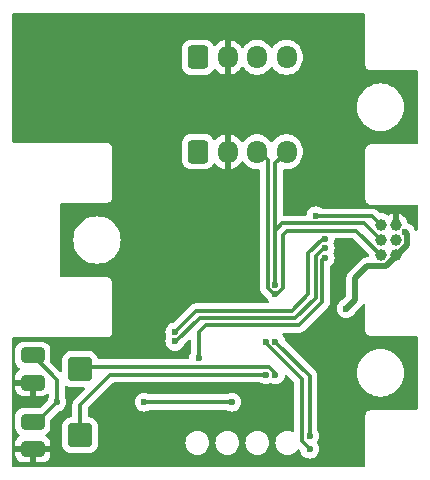
<source format=gbr>
%TF.GenerationSoftware,KiCad,Pcbnew,8.0.4*%
%TF.CreationDate,2024-08-09T19:06:39+02:00*%
%TF.ProjectId,Water Tank Monitor,57617465-7220-4546-916e-6b204d6f6e69,rev?*%
%TF.SameCoordinates,Original*%
%TF.FileFunction,Copper,L2,Bot*%
%TF.FilePolarity,Positive*%
%FSLAX46Y46*%
G04 Gerber Fmt 4.6, Leading zero omitted, Abs format (unit mm)*
G04 Created by KiCad (PCBNEW 8.0.4) date 2024-08-09 19:06:39*
%MOMM*%
%LPD*%
G01*
G04 APERTURE LIST*
G04 Aperture macros list*
%AMRoundRect*
0 Rectangle with rounded corners*
0 $1 Rounding radius*
0 $2 $3 $4 $5 $6 $7 $8 $9 X,Y pos of 4 corners*
0 Add a 4 corners polygon primitive as box body*
4,1,4,$2,$3,$4,$5,$6,$7,$8,$9,$2,$3,0*
0 Add four circle primitives for the rounded corners*
1,1,$1+$1,$2,$3*
1,1,$1+$1,$4,$5*
1,1,$1+$1,$6,$7*
1,1,$1+$1,$8,$9*
0 Add four rect primitives between the rounded corners*
20,1,$1+$1,$2,$3,$4,$5,0*
20,1,$1+$1,$4,$5,$6,$7,0*
20,1,$1+$1,$6,$7,$8,$9,0*
20,1,$1+$1,$8,$9,$2,$3,0*%
G04 Aperture macros list end*
%TA.AperFunction,SMDPad,CuDef*%
%ADD10C,1.000000*%
%TD*%
%TA.AperFunction,ComponentPad*%
%ADD11RoundRect,0.250000X-0.600000X-0.725000X0.600000X-0.725000X0.600000X0.725000X-0.600000X0.725000X0*%
%TD*%
%TA.AperFunction,ComponentPad*%
%ADD12O,1.700000X1.950000*%
%TD*%
%TA.AperFunction,SMDPad,CuDef*%
%ADD13RoundRect,0.250000X-0.750000X0.400000X-0.750000X-0.400000X0.750000X-0.400000X0.750000X0.400000X0*%
%TD*%
%TA.AperFunction,SMDPad,CuDef*%
%ADD14RoundRect,0.250000X-0.750000X0.750000X-0.750000X-0.750000X0.750000X-0.750000X0.750000X0.750000X0*%
%TD*%
%TA.AperFunction,ViaPad*%
%ADD15C,0.600000*%
%TD*%
%TA.AperFunction,Conductor*%
%ADD16C,0.300000*%
%TD*%
%TA.AperFunction,Conductor*%
%ADD17C,0.500000*%
%TD*%
%TA.AperFunction,Conductor*%
%ADD18C,0.200000*%
%TD*%
G04 APERTURE END LIST*
D10*
%TO.P,J6,1,Pin_1*%
%TO.N,/RXD*%
X151730000Y-77475000D03*
%TO.P,J6,2,Pin_2*%
%TO.N,+3.3V*%
X153000000Y-77475000D03*
%TO.P,J6,3,Pin_3*%
%TO.N,/TXD*%
X151730000Y-76205000D03*
%TO.P,J6,4,Pin_4*%
%TO.N,unconnected-(J6-Pin_4-Pad4)*%
X153000000Y-76205000D03*
%TO.P,J6,5,Pin_5*%
%TO.N,Net-(J6-Pin_5)*%
X151730000Y-74935000D03*
%TO.P,J6,6,Pin_6*%
%TO.N,GND*%
X153000000Y-74935000D03*
%TD*%
D11*
%TO.P,J1,1,Pin_1*%
%TO.N,+3.3V*%
X136250000Y-68725000D03*
D12*
%TO.P,J1,2,Pin_2*%
%TO.N,GND*%
X138750000Y-68725000D03*
%TO.P,J1,3,Pin_3*%
%TO.N,/RXD*%
X141250000Y-68725000D03*
%TO.P,J1,4,Pin_4*%
%TO.N,/TXD*%
X143750000Y-68725000D03*
%TD*%
D11*
%TO.P,J3,1,Pin_1*%
%TO.N,+3.3V*%
X136250000Y-60725000D03*
D12*
%TO.P,J3,2,Pin_2*%
%TO.N,GND*%
X138750000Y-60725000D03*
%TO.P,J3,3,Pin_3*%
%TO.N,/RXD2*%
X141250000Y-60725000D03*
%TO.P,J3,4,Pin_4*%
%TO.N,/TXD2*%
X143750000Y-60725000D03*
%TD*%
D13*
%TO.P,RV1,1,1*%
%TO.N,+3.3V*%
X122250000Y-91575000D03*
D14*
%TO.P,RV1,2,2*%
%TO.N,/CALIB*%
X126250000Y-92725000D03*
D13*
%TO.P,RV1,3,3*%
%TO.N,GND*%
X122250000Y-93875000D03*
%TD*%
%TO.P,RV2,1,1*%
%TO.N,+3.3V*%
X122250000Y-85975000D03*
D14*
%TO.P,RV2,2,2*%
%TO.N,/BRIGH*%
X126250000Y-87125000D03*
D13*
%TO.P,RV2,3,3*%
%TO.N,GND*%
X122250000Y-88275000D03*
%TD*%
D15*
%TO.N,+3.3V*%
X153791985Y-75545545D03*
X139100000Y-89925000D03*
X124300000Y-89925000D03*
X131700000Y-89925000D03*
X148800000Y-82000000D03*
%TO.N,/SDA*%
X145700000Y-92800000D03*
X142808001Y-84791999D03*
%TO.N,/SCL*%
X145700000Y-93900000D03*
X142000000Y-84800000D03*
%TO.N,GND*%
X141125000Y-89250000D03*
%TO.N,/BRIGH*%
X142800000Y-87600000D03*
%TO.N,/CALIB*%
X142000000Y-87600000D03*
%TO.N,Net-(J6-Pin_5)*%
X146225000Y-74150000D03*
%TO.N,/RXD*%
X142800000Y-80800000D03*
%TO.N,/TXD*%
X142800000Y-80000000D03*
%TO.N,/MISO*%
X134300000Y-84775000D03*
X147000000Y-76900000D03*
%TO.N,/SCK*%
X136300000Y-86225000D03*
X147000000Y-77700000D03*
%TO.N,/MOSI*%
X147000000Y-76100000D03*
X134300000Y-83975000D03*
%TD*%
D16*
%TO.N,/MOSI*%
X136075000Y-82200000D02*
X144200000Y-82200000D01*
X144200000Y-82200000D02*
X145600000Y-80800000D01*
X145600000Y-80800000D02*
X145600000Y-77290381D01*
X145600000Y-77290381D02*
X146790381Y-76100000D01*
X134300000Y-83975000D02*
X136075000Y-82200000D01*
X146790381Y-76100000D02*
X147000000Y-76100000D01*
%TO.N,/RXD*%
X151730000Y-77475000D02*
X149655000Y-75400000D01*
X149655000Y-75400000D02*
X143803870Y-75400000D01*
X143450000Y-75753870D02*
X143450000Y-80269239D01*
X142919239Y-80800000D02*
X142800000Y-80800000D01*
X143803870Y-75400000D02*
X143450000Y-75753870D01*
X143450000Y-80269239D02*
X142919239Y-80800000D01*
%TO.N,Net-(J6-Pin_5)*%
X146225000Y-74150000D02*
X146275000Y-74200000D01*
X146275000Y-74200000D02*
X150995000Y-74200000D01*
X150995000Y-74200000D02*
X151730000Y-74935000D01*
%TO.N,/TXD*%
X151730000Y-76205000D02*
X150325000Y-74800000D01*
X142800000Y-75400000D02*
X142800000Y-75800000D01*
X150325000Y-74800000D02*
X143400000Y-74800000D01*
X143400000Y-74800000D02*
X142800000Y-75400000D01*
D17*
%TO.N,GND*%
X153000000Y-74935000D02*
X153000000Y-73800000D01*
D16*
%TO.N,/MISO*%
X146200000Y-81100000D02*
X146200000Y-77580761D01*
X146200000Y-77580761D02*
X146880761Y-76900000D01*
X146880761Y-76900000D02*
X147000000Y-76900000D01*
%TO.N,/SCK*%
X146777000Y-81423000D02*
X146777000Y-77923000D01*
X146777000Y-77923000D02*
X147000000Y-77700000D01*
%TO.N,/MISO*%
X134300000Y-84775000D02*
X134419239Y-84775000D01*
X134419239Y-84775000D02*
X136394239Y-82800000D01*
X136394239Y-82800000D02*
X144500000Y-82800000D01*
X144500000Y-82800000D02*
X146200000Y-81100000D01*
%TO.N,/SCK*%
X136900000Y-83400000D02*
X136300000Y-84000000D01*
X136300000Y-84000000D02*
X136300000Y-86225000D01*
X146777000Y-81423000D02*
X144800000Y-83400000D01*
X144800000Y-83400000D02*
X136900000Y-83400000D01*
D17*
%TO.N,+3.3V*%
X148800000Y-82000000D02*
X149550000Y-81250000D01*
X150575000Y-78425000D02*
X152123503Y-78425000D01*
X152123503Y-78425000D02*
X153000000Y-77548503D01*
X149550000Y-81250000D02*
X149550000Y-79450000D01*
X149550000Y-79450000D02*
X150575000Y-78425000D01*
X153000000Y-77548503D02*
X153000000Y-77475000D01*
X153791985Y-75545545D02*
X153950000Y-75703560D01*
X153073503Y-77475000D02*
X153000000Y-77475000D01*
X153950000Y-75703560D02*
X153950000Y-76598503D01*
X153950000Y-76598503D02*
X153073503Y-77475000D01*
D16*
%TO.N,/RXD*%
X141250000Y-68725000D02*
X141475000Y-68725000D01*
X141475000Y-68725000D02*
X142150000Y-69400000D01*
X142680761Y-80800000D02*
X142800000Y-80800000D01*
X142150000Y-69400000D02*
X142150000Y-80269239D01*
X142150000Y-80269239D02*
X142680761Y-80800000D01*
%TO.N,/CALIB*%
X126250000Y-92725000D02*
X126250000Y-90150000D01*
X128800000Y-87600000D02*
X142000000Y-87600000D01*
X126250000Y-90150000D02*
X128800000Y-87600000D01*
%TO.N,/BRIGH*%
X126250000Y-87125000D02*
X126425000Y-86950000D01*
X126425000Y-86950000D02*
X142269239Y-86950000D01*
X142269239Y-86950000D02*
X142800000Y-87480761D01*
X142800000Y-87480761D02*
X142800000Y-87600000D01*
%TO.N,/TXD*%
X143750000Y-68725000D02*
X142800000Y-69675000D01*
X142800000Y-69675000D02*
X142800000Y-80000000D01*
%TO.N,+3.3V*%
X124300000Y-89925000D02*
X122650000Y-91575000D01*
X124300000Y-89925000D02*
X124300000Y-88025000D01*
D18*
X122925000Y-91575000D02*
X122250000Y-91575000D01*
D16*
X124300000Y-88025000D02*
X122250000Y-85975000D01*
X131700000Y-89925000D02*
X139100000Y-89925000D01*
D17*
X122650000Y-91575000D02*
X122250000Y-91575000D01*
D16*
%TO.N,/SCL*%
X145700000Y-93900000D02*
X145050000Y-93250000D01*
X145050000Y-93250000D02*
X145050000Y-87953237D01*
X145050000Y-87953237D02*
X142000000Y-84903237D01*
X142000000Y-84903237D02*
X142000000Y-84800000D01*
%TO.N,/SDA*%
X142808001Y-84791999D02*
X145700000Y-87683998D01*
X145700000Y-87683998D02*
X145700000Y-92800000D01*
%TD*%
%TA.AperFunction,Conductor*%
%TO.N,GND*%
G36*
X150342539Y-57020185D02*
G01*
X150388294Y-57072989D01*
X150399500Y-57124500D01*
X150399500Y-61365891D01*
X150433608Y-61493187D01*
X150465683Y-61548741D01*
X150499500Y-61607314D01*
X150592686Y-61700500D01*
X150706814Y-61766392D01*
X150834108Y-61800500D01*
X154725500Y-61800500D01*
X154792539Y-61820185D01*
X154838294Y-61872989D01*
X154849500Y-61924500D01*
X154849500Y-67975500D01*
X154829815Y-68042539D01*
X154777011Y-68088294D01*
X154725500Y-68099500D01*
X150834108Y-68099500D01*
X150706812Y-68133608D01*
X150592686Y-68199500D01*
X150592683Y-68199502D01*
X150499502Y-68292683D01*
X150499500Y-68292686D01*
X150433608Y-68406812D01*
X150399500Y-68534108D01*
X150399500Y-72765891D01*
X150433608Y-72893187D01*
X150466554Y-72950250D01*
X150499500Y-73007314D01*
X150592686Y-73100500D01*
X150706814Y-73166392D01*
X150834108Y-73200500D01*
X154725500Y-73200500D01*
X154792539Y-73220185D01*
X154838294Y-73272989D01*
X154849500Y-73324500D01*
X154849500Y-75291590D01*
X154829815Y-75358629D01*
X154777011Y-75404384D01*
X154707853Y-75414328D01*
X154644297Y-75385303D01*
X154618558Y-75353071D01*
X154618469Y-75353131D01*
X154617763Y-75352074D01*
X154616144Y-75350047D01*
X154615086Y-75348068D01*
X154615084Y-75348065D01*
X154548620Y-75248594D01*
X154532952Y-75225144D01*
X154531221Y-75222553D01*
X154521054Y-75202177D01*
X154520798Y-75202301D01*
X154517777Y-75196029D01*
X154517774Y-75196025D01*
X154517774Y-75196023D01*
X154421801Y-75043283D01*
X154294247Y-74915729D01*
X154247908Y-74886612D01*
X154141506Y-74819755D01*
X154053855Y-74789085D01*
X153997078Y-74748363D01*
X153976148Y-74708038D01*
X153928347Y-74550460D01*
X153835496Y-74376746D01*
X153835492Y-74376739D01*
X153710528Y-74224471D01*
X153558260Y-74099507D01*
X153558253Y-74099503D01*
X153384541Y-74006652D01*
X153250000Y-73965839D01*
X153250000Y-74904090D01*
X153230315Y-74971129D01*
X153213681Y-74991771D01*
X153162169Y-75043282D01*
X153109584Y-75126972D01*
X153057249Y-75173263D01*
X153004590Y-75185000D01*
X152874000Y-75185000D01*
X152806961Y-75165315D01*
X152761206Y-75112511D01*
X152750000Y-75061000D01*
X152750000Y-73965839D01*
X152749999Y-73965839D01*
X152615458Y-74006652D01*
X152441742Y-74099505D01*
X152436673Y-74102893D01*
X152435556Y-74101221D01*
X152379715Y-74124921D01*
X152310851Y-74113111D01*
X152293811Y-74102158D01*
X152293601Y-74102473D01*
X152288532Y-74099086D01*
X152114733Y-74006188D01*
X152114727Y-74006186D01*
X151926132Y-73948976D01*
X151926129Y-73948975D01*
X151730000Y-73929659D01*
X151710625Y-73931567D01*
X151641979Y-73918547D01*
X151610791Y-73895845D01*
X151409674Y-73694727D01*
X151409673Y-73694726D01*
X151409669Y-73694723D01*
X151303127Y-73623535D01*
X151184744Y-73574499D01*
X151184742Y-73574498D01*
X151184741Y-73574498D01*
X151179903Y-73573536D01*
X151179898Y-73573535D01*
X151059071Y-73549500D01*
X151059069Y-73549500D01*
X146807412Y-73549500D01*
X146740373Y-73529815D01*
X146730097Y-73522445D01*
X146727263Y-73520185D01*
X146727262Y-73520184D01*
X146670496Y-73484515D01*
X146574523Y-73424211D01*
X146404254Y-73364631D01*
X146404249Y-73364630D01*
X146225004Y-73344435D01*
X146224996Y-73344435D01*
X146045750Y-73364630D01*
X146045745Y-73364631D01*
X145875476Y-73424211D01*
X145722737Y-73520184D01*
X145595184Y-73647737D01*
X145499210Y-73800478D01*
X145439630Y-73970750D01*
X145431898Y-74039383D01*
X145404832Y-74103797D01*
X145347237Y-74143352D01*
X145308678Y-74149500D01*
X143574500Y-74149500D01*
X143507461Y-74129815D01*
X143461706Y-74077011D01*
X143450500Y-74025500D01*
X143450500Y-70315082D01*
X143470185Y-70248043D01*
X143522989Y-70202288D01*
X143592147Y-70192344D01*
X143593744Y-70192585D01*
X143643713Y-70200500D01*
X143643716Y-70200500D01*
X143856286Y-70200500D01*
X143856287Y-70200500D01*
X144066243Y-70167246D01*
X144268412Y-70101557D01*
X144457816Y-70005051D01*
X144479789Y-69989086D01*
X144629786Y-69880109D01*
X144629788Y-69880106D01*
X144629792Y-69880104D01*
X144780104Y-69729792D01*
X144780106Y-69729788D01*
X144780109Y-69729786D01*
X144905048Y-69557820D01*
X144905047Y-69557820D01*
X144905051Y-69557816D01*
X145001557Y-69368412D01*
X145067246Y-69166243D01*
X145100500Y-68956287D01*
X145100500Y-68493713D01*
X145067246Y-68283757D01*
X145001557Y-68081588D01*
X144905051Y-67892184D01*
X144905049Y-67892181D01*
X144905048Y-67892179D01*
X144780109Y-67720213D01*
X144629786Y-67569890D01*
X144457820Y-67444951D01*
X144268414Y-67348444D01*
X144268413Y-67348443D01*
X144268412Y-67348443D01*
X144066243Y-67282754D01*
X144066241Y-67282753D01*
X144066240Y-67282753D01*
X143904957Y-67257208D01*
X143856287Y-67249500D01*
X143643713Y-67249500D01*
X143595042Y-67257208D01*
X143433760Y-67282753D01*
X143231585Y-67348444D01*
X143042179Y-67444951D01*
X142870213Y-67569890D01*
X142719894Y-67720209D01*
X142719890Y-67720214D01*
X142600318Y-67884793D01*
X142544989Y-67927459D01*
X142475375Y-67933438D01*
X142413580Y-67900833D01*
X142399682Y-67884793D01*
X142280109Y-67720214D01*
X142280105Y-67720209D01*
X142129786Y-67569890D01*
X141957820Y-67444951D01*
X141768414Y-67348444D01*
X141768413Y-67348443D01*
X141768412Y-67348443D01*
X141566243Y-67282754D01*
X141566241Y-67282753D01*
X141566240Y-67282753D01*
X141404957Y-67257208D01*
X141356287Y-67249500D01*
X141143713Y-67249500D01*
X141095042Y-67257208D01*
X140933760Y-67282753D01*
X140731585Y-67348444D01*
X140542179Y-67444951D01*
X140370213Y-67569890D01*
X140219894Y-67720209D01*
X140219890Y-67720214D01*
X140100008Y-67885218D01*
X140044678Y-67927884D01*
X139975065Y-67933863D01*
X139913270Y-67901257D01*
X139899372Y-67885218D01*
X139779727Y-67720540D01*
X139779723Y-67720535D01*
X139629464Y-67570276D01*
X139629459Y-67570272D01*
X139457557Y-67445379D01*
X139268215Y-67348903D01*
X139066124Y-67283241D01*
X139000000Y-67272768D01*
X139000000Y-68320854D01*
X138933343Y-68282370D01*
X138812535Y-68250000D01*
X138687465Y-68250000D01*
X138566657Y-68282370D01*
X138500000Y-68320854D01*
X138500000Y-67272768D01*
X138499999Y-67272768D01*
X138433875Y-67283241D01*
X138231784Y-67348903D01*
X138042442Y-67445379D01*
X137870541Y-67570271D01*
X137731668Y-67709144D01*
X137670345Y-67742628D01*
X137600653Y-67737644D01*
X137544720Y-67695772D01*
X137538448Y-67686558D01*
X137442712Y-67531344D01*
X137318657Y-67407289D01*
X137318656Y-67407288D01*
X137169334Y-67315186D01*
X137002797Y-67260001D01*
X137002795Y-67260000D01*
X136900010Y-67249500D01*
X135599998Y-67249500D01*
X135599981Y-67249501D01*
X135497203Y-67260000D01*
X135497200Y-67260001D01*
X135330668Y-67315185D01*
X135330663Y-67315187D01*
X135181342Y-67407289D01*
X135057289Y-67531342D01*
X134965187Y-67680663D01*
X134965185Y-67680668D01*
X134960180Y-67695772D01*
X134910001Y-67847203D01*
X134910001Y-67847204D01*
X134910000Y-67847204D01*
X134899500Y-67949983D01*
X134899500Y-69500001D01*
X134899501Y-69500018D01*
X134910000Y-69602796D01*
X134910001Y-69602799D01*
X134944031Y-69705493D01*
X134965186Y-69769334D01*
X135057288Y-69918656D01*
X135181344Y-70042712D01*
X135330666Y-70134814D01*
X135497203Y-70189999D01*
X135599991Y-70200500D01*
X136900008Y-70200499D01*
X137002797Y-70189999D01*
X137169334Y-70134814D01*
X137318656Y-70042712D01*
X137442712Y-69918656D01*
X137534814Y-69769334D01*
X137534814Y-69769331D01*
X137538448Y-69763441D01*
X137590395Y-69716716D01*
X137659358Y-69705493D01*
X137723440Y-69733336D01*
X137731668Y-69740856D01*
X137870535Y-69879723D01*
X137870540Y-69879727D01*
X138042442Y-70004620D01*
X138231782Y-70101095D01*
X138433871Y-70166757D01*
X138500000Y-70177231D01*
X138500000Y-69129145D01*
X138566657Y-69167630D01*
X138687465Y-69200000D01*
X138812535Y-69200000D01*
X138933343Y-69167630D01*
X139000000Y-69129145D01*
X139000000Y-70177230D01*
X139066126Y-70166757D01*
X139066129Y-70166757D01*
X139268217Y-70101095D01*
X139457557Y-70004620D01*
X139629459Y-69879727D01*
X139629464Y-69879723D01*
X139779721Y-69729466D01*
X139899371Y-69564781D01*
X139954701Y-69522115D01*
X140024314Y-69516136D01*
X140086110Y-69548741D01*
X140100008Y-69564781D01*
X140219890Y-69729785D01*
X140219894Y-69729790D01*
X140370213Y-69880109D01*
X140542179Y-70005048D01*
X140542181Y-70005049D01*
X140542184Y-70005051D01*
X140731588Y-70101557D01*
X140933757Y-70167246D01*
X141143713Y-70200500D01*
X141143714Y-70200500D01*
X141356287Y-70200500D01*
X141361138Y-70200118D01*
X141361222Y-70201191D01*
X141425392Y-70209482D01*
X141478845Y-70254476D01*
X141499487Y-70321227D01*
X141499500Y-70323002D01*
X141499500Y-80333310D01*
X141519635Y-80434530D01*
X141524499Y-80458983D01*
X141569188Y-80566873D01*
X141573535Y-80577366D01*
X141644723Y-80683908D01*
X141644726Y-80683912D01*
X141644727Y-80683913D01*
X142034752Y-81073937D01*
X142064112Y-81120661D01*
X142074212Y-81149524D01*
X142170184Y-81302262D01*
X142205741Y-81337819D01*
X142239226Y-81399142D01*
X142234242Y-81468834D01*
X142192370Y-81524767D01*
X142126906Y-81549184D01*
X142118060Y-81549500D01*
X136010929Y-81549500D01*
X135885261Y-81574497D01*
X135885255Y-81574499D01*
X135766874Y-81623534D01*
X135660326Y-81694726D01*
X134201775Y-83153277D01*
X134140452Y-83186762D01*
X134127988Y-83188815D01*
X134120752Y-83189630D01*
X134120744Y-83189632D01*
X133950478Y-83249210D01*
X133797737Y-83345184D01*
X133670184Y-83472737D01*
X133574211Y-83625476D01*
X133514631Y-83795745D01*
X133514630Y-83795750D01*
X133494435Y-83974996D01*
X133494435Y-83975003D01*
X133514630Y-84154249D01*
X133514633Y-84154262D01*
X133576510Y-84331094D01*
X133574364Y-84331844D01*
X133583962Y-84390144D01*
X133575609Y-84418590D01*
X133576510Y-84418906D01*
X133514633Y-84595737D01*
X133514630Y-84595750D01*
X133494435Y-84774996D01*
X133494435Y-84775003D01*
X133514630Y-84954249D01*
X133514631Y-84954254D01*
X133574211Y-85124523D01*
X133670184Y-85277262D01*
X133797738Y-85404816D01*
X133950478Y-85500789D01*
X134021924Y-85525789D01*
X134120745Y-85560368D01*
X134120750Y-85560369D01*
X134299996Y-85580565D01*
X134300000Y-85580565D01*
X134300004Y-85580565D01*
X134479249Y-85560369D01*
X134479252Y-85560368D01*
X134479255Y-85560368D01*
X134649522Y-85500789D01*
X134802262Y-85404816D01*
X134929816Y-85277262D01*
X135025789Y-85124522D01*
X135035887Y-85095662D01*
X135065245Y-85048938D01*
X135437820Y-84676364D01*
X135499142Y-84642880D01*
X135568834Y-84647864D01*
X135624767Y-84689736D01*
X135649184Y-84755200D01*
X135649500Y-84764046D01*
X135649500Y-85719931D01*
X135630494Y-85785903D01*
X135574211Y-85875477D01*
X135574209Y-85875481D01*
X135514633Y-86045737D01*
X135514630Y-86045750D01*
X135498448Y-86189383D01*
X135471382Y-86253797D01*
X135413787Y-86293352D01*
X135375228Y-86299500D01*
X127855154Y-86299500D01*
X127788115Y-86279815D01*
X127742360Y-86227011D01*
X127737448Y-86214504D01*
X127711637Y-86136612D01*
X127684814Y-86055666D01*
X127592712Y-85906344D01*
X127468656Y-85782288D01*
X127319334Y-85690186D01*
X127152797Y-85635001D01*
X127152795Y-85635000D01*
X127050010Y-85624500D01*
X125449998Y-85624500D01*
X125449981Y-85624501D01*
X125347203Y-85635000D01*
X125347200Y-85635001D01*
X125180668Y-85690185D01*
X125180663Y-85690187D01*
X125031342Y-85782289D01*
X124907289Y-85906342D01*
X124815187Y-86055663D01*
X124815185Y-86055668D01*
X124788369Y-86136594D01*
X124760001Y-86222203D01*
X124760001Y-86222204D01*
X124760000Y-86222204D01*
X124749500Y-86324983D01*
X124749500Y-87255192D01*
X124729815Y-87322231D01*
X124677011Y-87367986D01*
X124607853Y-87377930D01*
X124544297Y-87348905D01*
X124537819Y-87342873D01*
X123780065Y-86585119D01*
X123746580Y-86523796D01*
X123744388Y-86484835D01*
X123750499Y-86425016D01*
X123750500Y-86425009D01*
X123750499Y-85524992D01*
X123739999Y-85422203D01*
X123684814Y-85255666D01*
X123592712Y-85106344D01*
X123468656Y-84982288D01*
X123319334Y-84890186D01*
X123152797Y-84835001D01*
X123152795Y-84835000D01*
X123050010Y-84824500D01*
X121449998Y-84824500D01*
X121449981Y-84824501D01*
X121347203Y-84835000D01*
X121347200Y-84835001D01*
X121180668Y-84890185D01*
X121180663Y-84890187D01*
X121031342Y-84982289D01*
X120907289Y-85106342D01*
X120815187Y-85255663D01*
X120815185Y-85255668D01*
X120787349Y-85339670D01*
X120760001Y-85422203D01*
X120760001Y-85422204D01*
X120760000Y-85422204D01*
X120749500Y-85524983D01*
X120749500Y-86425001D01*
X120749501Y-86425019D01*
X120760000Y-86527796D01*
X120760001Y-86527799D01*
X120815185Y-86694331D01*
X120815187Y-86694336D01*
X120907289Y-86843657D01*
X121031344Y-86967712D01*
X121115718Y-87019754D01*
X121162443Y-87071702D01*
X121173666Y-87140664D01*
X121145822Y-87204747D01*
X121115720Y-87230831D01*
X121031656Y-87282682D01*
X120907684Y-87406654D01*
X120815643Y-87555875D01*
X120815641Y-87555880D01*
X120760494Y-87722302D01*
X120760493Y-87722309D01*
X120750000Y-87825013D01*
X120750000Y-88025000D01*
X122376000Y-88025000D01*
X122443039Y-88044685D01*
X122488794Y-88097489D01*
X122500000Y-88149000D01*
X122500000Y-89424999D01*
X123049972Y-89424999D01*
X123049986Y-89424998D01*
X123152697Y-89414505D01*
X123319119Y-89359358D01*
X123319130Y-89359353D01*
X123460403Y-89272215D01*
X123527795Y-89253774D01*
X123594459Y-89274696D01*
X123639229Y-89328338D01*
X123649500Y-89377753D01*
X123649500Y-89419931D01*
X123630494Y-89485903D01*
X123574211Y-89575476D01*
X123514632Y-89745745D01*
X123514630Y-89745752D01*
X123513815Y-89752988D01*
X123486743Y-89817400D01*
X123478277Y-89826775D01*
X122916871Y-90388181D01*
X122855548Y-90421666D01*
X122829190Y-90424500D01*
X121449998Y-90424500D01*
X121449981Y-90424501D01*
X121347203Y-90435000D01*
X121347200Y-90435001D01*
X121180668Y-90490185D01*
X121180663Y-90490187D01*
X121031342Y-90582289D01*
X120907289Y-90706342D01*
X120815187Y-90855663D01*
X120815186Y-90855666D01*
X120760001Y-91022203D01*
X120760001Y-91022204D01*
X120760000Y-91022204D01*
X120749500Y-91124983D01*
X120749500Y-92025001D01*
X120749501Y-92025019D01*
X120760000Y-92127796D01*
X120760001Y-92127799D01*
X120815185Y-92294331D01*
X120815187Y-92294336D01*
X120907289Y-92443657D01*
X121031344Y-92567712D01*
X121115718Y-92619754D01*
X121162443Y-92671702D01*
X121173666Y-92740664D01*
X121145822Y-92804747D01*
X121115720Y-92830831D01*
X121031656Y-92882682D01*
X120907684Y-93006654D01*
X120815643Y-93155875D01*
X120815641Y-93155880D01*
X120760494Y-93322302D01*
X120760493Y-93322309D01*
X120750000Y-93425013D01*
X120750000Y-93625000D01*
X123749999Y-93625000D01*
X123749999Y-93425028D01*
X123749998Y-93425013D01*
X123739505Y-93322302D01*
X123684358Y-93155880D01*
X123684356Y-93155875D01*
X123592315Y-93006654D01*
X123468344Y-92882683D01*
X123468340Y-92882680D01*
X123384280Y-92830831D01*
X123337555Y-92778883D01*
X123326334Y-92709921D01*
X123354177Y-92645839D01*
X123384278Y-92619756D01*
X123468656Y-92567712D01*
X123592712Y-92443656D01*
X123684814Y-92294334D01*
X123739999Y-92127797D01*
X123750500Y-92025009D01*
X123750499Y-91445806D01*
X123770183Y-91378768D01*
X123786813Y-91358131D01*
X124398224Y-90746720D01*
X124459545Y-90713237D01*
X124472019Y-90711183D01*
X124479255Y-90710368D01*
X124649522Y-90650789D01*
X124802262Y-90554816D01*
X124929816Y-90427262D01*
X125025789Y-90274522D01*
X125085368Y-90104255D01*
X125105565Y-89925000D01*
X125086184Y-89752988D01*
X125085369Y-89745750D01*
X125085366Y-89745737D01*
X125025790Y-89575481D01*
X125025789Y-89575478D01*
X125004008Y-89540814D01*
X124969506Y-89485903D01*
X124950500Y-89419931D01*
X124950500Y-88640021D01*
X124970185Y-88572982D01*
X125022989Y-88527227D01*
X125092147Y-88517283D01*
X125139594Y-88534481D01*
X125180666Y-88559814D01*
X125347203Y-88614999D01*
X125449991Y-88625500D01*
X126555191Y-88625499D01*
X126622230Y-88645184D01*
X126667985Y-88697987D01*
X126677929Y-88767146D01*
X126648904Y-88830702D01*
X126642872Y-88837180D01*
X125744726Y-89735326D01*
X125673534Y-89841874D01*
X125624499Y-89960255D01*
X125624497Y-89960261D01*
X125599500Y-90085928D01*
X125599500Y-91100500D01*
X125579815Y-91167539D01*
X125527011Y-91213294D01*
X125475504Y-91224500D01*
X125450000Y-91224500D01*
X125449980Y-91224501D01*
X125347203Y-91235000D01*
X125347200Y-91235001D01*
X125180668Y-91290185D01*
X125180663Y-91290187D01*
X125031342Y-91382289D01*
X124907289Y-91506342D01*
X124815187Y-91655663D01*
X124815186Y-91655666D01*
X124760001Y-91822203D01*
X124760001Y-91822204D01*
X124760000Y-91822204D01*
X124749500Y-91924983D01*
X124749500Y-93525001D01*
X124749501Y-93525018D01*
X124760000Y-93627796D01*
X124760001Y-93627799D01*
X124803718Y-93759727D01*
X124815186Y-93794334D01*
X124907288Y-93943656D01*
X125031344Y-94067712D01*
X125180666Y-94159814D01*
X125347203Y-94214999D01*
X125449991Y-94225500D01*
X127050008Y-94225499D01*
X127152797Y-94214999D01*
X127319334Y-94159814D01*
X127468656Y-94067712D01*
X127592712Y-93943656D01*
X127684814Y-93794334D01*
X127739999Y-93627797D01*
X127750500Y-93525009D01*
X127750500Y-93375000D01*
X135184659Y-93375000D01*
X135203975Y-93571129D01*
X135203976Y-93571132D01*
X135249362Y-93720750D01*
X135261188Y-93759733D01*
X135354086Y-93933532D01*
X135354090Y-93933539D01*
X135479116Y-94085883D01*
X135631460Y-94210909D01*
X135631467Y-94210913D01*
X135805266Y-94303811D01*
X135805269Y-94303811D01*
X135805273Y-94303814D01*
X135993868Y-94361024D01*
X136190000Y-94380341D01*
X136386132Y-94361024D01*
X136574727Y-94303814D01*
X136748538Y-94210910D01*
X136900883Y-94085883D01*
X137025910Y-93933538D01*
X137118814Y-93759727D01*
X137176024Y-93571132D01*
X137195341Y-93375000D01*
X137724659Y-93375000D01*
X137743975Y-93571129D01*
X137743976Y-93571132D01*
X137789362Y-93720750D01*
X137801188Y-93759733D01*
X137894086Y-93933532D01*
X137894090Y-93933539D01*
X138019116Y-94085883D01*
X138171460Y-94210909D01*
X138171467Y-94210913D01*
X138345266Y-94303811D01*
X138345269Y-94303811D01*
X138345273Y-94303814D01*
X138533868Y-94361024D01*
X138730000Y-94380341D01*
X138926132Y-94361024D01*
X139114727Y-94303814D01*
X139288538Y-94210910D01*
X139440883Y-94085883D01*
X139565910Y-93933538D01*
X139658814Y-93759727D01*
X139716024Y-93571132D01*
X139735341Y-93375000D01*
X140264659Y-93375000D01*
X140283975Y-93571129D01*
X140283976Y-93571132D01*
X140329362Y-93720750D01*
X140341188Y-93759733D01*
X140434086Y-93933532D01*
X140434090Y-93933539D01*
X140559116Y-94085883D01*
X140711460Y-94210909D01*
X140711467Y-94210913D01*
X140885266Y-94303811D01*
X140885269Y-94303811D01*
X140885273Y-94303814D01*
X141073868Y-94361024D01*
X141270000Y-94380341D01*
X141466132Y-94361024D01*
X141654727Y-94303814D01*
X141828538Y-94210910D01*
X141980883Y-94085883D01*
X142105910Y-93933538D01*
X142198814Y-93759727D01*
X142256024Y-93571132D01*
X142275341Y-93375000D01*
X142256024Y-93178868D01*
X142198814Y-92990273D01*
X142198811Y-92990269D01*
X142198811Y-92990266D01*
X142105913Y-92816467D01*
X142105909Y-92816460D01*
X141980883Y-92664116D01*
X141828539Y-92539090D01*
X141828532Y-92539086D01*
X141654733Y-92446188D01*
X141654727Y-92446186D01*
X141466132Y-92388976D01*
X141466129Y-92388975D01*
X141270000Y-92369659D01*
X141073870Y-92388975D01*
X140885266Y-92446188D01*
X140711467Y-92539086D01*
X140711460Y-92539090D01*
X140559116Y-92664116D01*
X140434090Y-92816460D01*
X140434086Y-92816467D01*
X140341188Y-92990266D01*
X140283975Y-93178870D01*
X140264659Y-93375000D01*
X139735341Y-93375000D01*
X139716024Y-93178868D01*
X139658814Y-92990273D01*
X139658811Y-92990269D01*
X139658811Y-92990266D01*
X139565913Y-92816467D01*
X139565909Y-92816460D01*
X139440883Y-92664116D01*
X139288539Y-92539090D01*
X139288532Y-92539086D01*
X139114733Y-92446188D01*
X139114727Y-92446186D01*
X138926132Y-92388976D01*
X138926129Y-92388975D01*
X138730000Y-92369659D01*
X138533870Y-92388975D01*
X138345266Y-92446188D01*
X138171467Y-92539086D01*
X138171460Y-92539090D01*
X138019116Y-92664116D01*
X137894090Y-92816460D01*
X137894086Y-92816467D01*
X137801188Y-92990266D01*
X137743975Y-93178870D01*
X137724659Y-93375000D01*
X137195341Y-93375000D01*
X137176024Y-93178868D01*
X137118814Y-92990273D01*
X137118811Y-92990269D01*
X137118811Y-92990266D01*
X137025913Y-92816467D01*
X137025909Y-92816460D01*
X136900883Y-92664116D01*
X136748539Y-92539090D01*
X136748532Y-92539086D01*
X136574733Y-92446188D01*
X136574727Y-92446186D01*
X136386132Y-92388976D01*
X136386129Y-92388975D01*
X136190000Y-92369659D01*
X135993870Y-92388975D01*
X135805266Y-92446188D01*
X135631467Y-92539086D01*
X135631460Y-92539090D01*
X135479116Y-92664116D01*
X135354090Y-92816460D01*
X135354086Y-92816467D01*
X135261188Y-92990266D01*
X135203975Y-93178870D01*
X135184659Y-93375000D01*
X127750500Y-93375000D01*
X127750499Y-91924992D01*
X127739999Y-91822203D01*
X127684814Y-91655666D01*
X127592712Y-91506344D01*
X127468656Y-91382288D01*
X127319334Y-91290186D01*
X127152797Y-91235001D01*
X127152795Y-91235000D01*
X127050016Y-91224500D01*
X127050009Y-91224500D01*
X127024500Y-91224500D01*
X126957461Y-91204815D01*
X126911706Y-91152011D01*
X126900500Y-91100500D01*
X126900500Y-90470808D01*
X126920185Y-90403769D01*
X126936819Y-90383127D01*
X127394950Y-89924996D01*
X130894435Y-89924996D01*
X130894435Y-89925003D01*
X130914630Y-90104249D01*
X130914631Y-90104254D01*
X130974211Y-90274523D01*
X131042452Y-90383127D01*
X131070184Y-90427262D01*
X131197738Y-90554816D01*
X131241461Y-90582289D01*
X131323134Y-90633608D01*
X131350478Y-90650789D01*
X131489686Y-90699500D01*
X131520745Y-90710368D01*
X131520750Y-90710369D01*
X131699996Y-90730565D01*
X131700000Y-90730565D01*
X131700004Y-90730565D01*
X131879249Y-90710369D01*
X131879251Y-90710368D01*
X131879255Y-90710368D01*
X131879258Y-90710366D01*
X131879262Y-90710366D01*
X131969377Y-90678832D01*
X132049522Y-90650789D01*
X132139096Y-90594505D01*
X132205068Y-90575500D01*
X138594932Y-90575500D01*
X138660904Y-90594506D01*
X138750477Y-90650789D01*
X138750481Y-90650790D01*
X138920737Y-90710366D01*
X138920743Y-90710367D01*
X138920745Y-90710368D01*
X138920746Y-90710368D01*
X138920750Y-90710369D01*
X139099996Y-90730565D01*
X139100000Y-90730565D01*
X139100004Y-90730565D01*
X139279249Y-90710369D01*
X139279252Y-90710368D01*
X139279255Y-90710368D01*
X139449522Y-90650789D01*
X139602262Y-90554816D01*
X139729816Y-90427262D01*
X139825789Y-90274522D01*
X139885368Y-90104255D01*
X139905565Y-89925000D01*
X139886184Y-89752988D01*
X139885369Y-89745750D01*
X139885368Y-89745745D01*
X139825788Y-89575476D01*
X139737643Y-89435195D01*
X139729816Y-89422738D01*
X139602262Y-89295184D01*
X139539096Y-89255494D01*
X139449523Y-89199211D01*
X139279254Y-89139631D01*
X139279249Y-89139630D01*
X139100004Y-89119435D01*
X139099996Y-89119435D01*
X138920750Y-89139630D01*
X138920737Y-89139633D01*
X138750481Y-89199209D01*
X138750477Y-89199210D01*
X138660904Y-89255494D01*
X138594932Y-89274500D01*
X132205068Y-89274500D01*
X132139096Y-89255494D01*
X132049522Y-89199210D01*
X132049518Y-89199209D01*
X131879262Y-89139633D01*
X131879249Y-89139630D01*
X131700004Y-89119435D01*
X131699996Y-89119435D01*
X131520750Y-89139630D01*
X131520745Y-89139631D01*
X131350476Y-89199211D01*
X131197737Y-89295184D01*
X131070184Y-89422737D01*
X130974211Y-89575476D01*
X130914631Y-89745745D01*
X130914630Y-89745750D01*
X130894435Y-89924996D01*
X127394950Y-89924996D01*
X129033127Y-88286819D01*
X129094450Y-88253334D01*
X129120808Y-88250500D01*
X141494932Y-88250500D01*
X141560904Y-88269506D01*
X141650477Y-88325789D01*
X141650481Y-88325790D01*
X141820737Y-88385366D01*
X141820743Y-88385367D01*
X141820745Y-88385368D01*
X141820746Y-88385368D01*
X141820750Y-88385369D01*
X141999996Y-88405565D01*
X142000000Y-88405565D01*
X142000004Y-88405565D01*
X142179249Y-88385369D01*
X142179251Y-88385368D01*
X142179255Y-88385368D01*
X142179258Y-88385366D01*
X142179262Y-88385366D01*
X142356095Y-88323489D01*
X142356846Y-88325637D01*
X142415128Y-88316035D01*
X142443588Y-88324392D01*
X142443905Y-88323489D01*
X142620737Y-88385366D01*
X142620743Y-88385367D01*
X142620745Y-88385368D01*
X142620746Y-88385368D01*
X142620750Y-88385369D01*
X142799996Y-88405565D01*
X142800000Y-88405565D01*
X142800004Y-88405565D01*
X142979249Y-88385369D01*
X142979252Y-88385368D01*
X142979255Y-88385368D01*
X143149522Y-88325789D01*
X143302262Y-88229816D01*
X143429816Y-88102262D01*
X143525789Y-87949522D01*
X143585368Y-87779255D01*
X143594077Y-87701960D01*
X143621143Y-87637545D01*
X143678737Y-87597990D01*
X143748574Y-87595851D01*
X143804978Y-87628161D01*
X144363181Y-88186364D01*
X144396666Y-88247687D01*
X144399500Y-88274045D01*
X144399500Y-92348757D01*
X144379815Y-92415796D01*
X144327011Y-92461551D01*
X144257853Y-92471495D01*
X144217049Y-92458116D01*
X144194733Y-92446188D01*
X144194727Y-92446186D01*
X144006132Y-92388976D01*
X144006129Y-92388975D01*
X143810000Y-92369659D01*
X143613870Y-92388975D01*
X143425266Y-92446188D01*
X143251467Y-92539086D01*
X143251460Y-92539090D01*
X143099116Y-92664116D01*
X142974090Y-92816460D01*
X142974086Y-92816467D01*
X142881188Y-92990266D01*
X142823975Y-93178870D01*
X142804659Y-93375000D01*
X142823975Y-93571129D01*
X142823976Y-93571132D01*
X142869362Y-93720750D01*
X142881188Y-93759733D01*
X142974086Y-93933532D01*
X142974090Y-93933539D01*
X143099116Y-94085883D01*
X143251460Y-94210909D01*
X143251467Y-94210913D01*
X143425266Y-94303811D01*
X143425269Y-94303811D01*
X143425273Y-94303814D01*
X143613868Y-94361024D01*
X143810000Y-94380341D01*
X144006132Y-94361024D01*
X144194727Y-94303814D01*
X144368538Y-94210910D01*
X144520883Y-94085883D01*
X144634701Y-93947195D01*
X144692445Y-93907862D01*
X144762290Y-93905991D01*
X144818234Y-93938180D01*
X144878277Y-93998223D01*
X144911762Y-94059546D01*
X144913815Y-94072012D01*
X144914630Y-94079246D01*
X144914632Y-94079255D01*
X144974210Y-94249521D01*
X145008323Y-94303811D01*
X145070184Y-94402262D01*
X145197738Y-94529816D01*
X145288080Y-94586582D01*
X145300075Y-94594119D01*
X145350478Y-94625789D01*
X145520745Y-94685368D01*
X145520750Y-94685369D01*
X145699996Y-94705565D01*
X145700000Y-94705565D01*
X145700004Y-94705565D01*
X145879249Y-94685369D01*
X145879252Y-94685368D01*
X145879255Y-94685368D01*
X146049522Y-94625789D01*
X146202262Y-94529816D01*
X146329816Y-94402262D01*
X146425789Y-94249522D01*
X146485368Y-94079255D01*
X146494498Y-93998223D01*
X146505565Y-93900003D01*
X146505565Y-93899996D01*
X146485369Y-93720750D01*
X146485368Y-93720745D01*
X146425788Y-93550475D01*
X146346963Y-93425028D01*
X146341272Y-93415970D01*
X146322272Y-93348736D01*
X146341272Y-93284029D01*
X146425789Y-93149522D01*
X146485368Y-92979255D01*
X146496249Y-92882682D01*
X146505565Y-92800003D01*
X146505565Y-92799996D01*
X146485369Y-92620750D01*
X146485366Y-92620737D01*
X146425790Y-92450481D01*
X146425789Y-92450478D01*
X146387144Y-92388975D01*
X146369506Y-92360903D01*
X146350500Y-92294931D01*
X146350500Y-87619926D01*
X146325502Y-87494259D01*
X146325501Y-87494258D01*
X146325501Y-87494254D01*
X146307170Y-87449998D01*
X149694390Y-87449998D01*
X149694390Y-87450001D01*
X149714804Y-87735433D01*
X149775628Y-88015037D01*
X149775630Y-88015043D01*
X149775631Y-88015046D01*
X149853076Y-88222683D01*
X149875635Y-88283166D01*
X150012770Y-88534309D01*
X150012775Y-88534317D01*
X150184254Y-88763387D01*
X150184270Y-88763405D01*
X150386594Y-88965729D01*
X150386612Y-88965745D01*
X150615682Y-89137224D01*
X150615690Y-89137229D01*
X150866833Y-89274364D01*
X150866832Y-89274364D01*
X150866836Y-89274365D01*
X150866839Y-89274367D01*
X151134954Y-89374369D01*
X151134960Y-89374370D01*
X151134962Y-89374371D01*
X151414566Y-89435195D01*
X151414568Y-89435195D01*
X151414572Y-89435196D01*
X151668220Y-89453337D01*
X151699999Y-89455610D01*
X151700000Y-89455610D01*
X151700001Y-89455610D01*
X151728595Y-89453564D01*
X151985428Y-89435196D01*
X152042702Y-89422737D01*
X152265037Y-89374371D01*
X152265037Y-89374370D01*
X152265046Y-89374369D01*
X152533161Y-89274367D01*
X152784315Y-89137226D01*
X153013395Y-88965739D01*
X153215739Y-88763395D01*
X153387226Y-88534315D01*
X153524367Y-88283161D01*
X153624369Y-88015046D01*
X153685196Y-87735428D01*
X153705610Y-87450000D01*
X153685196Y-87164572D01*
X153676696Y-87125500D01*
X153624371Y-86884962D01*
X153624370Y-86884960D01*
X153624369Y-86884954D01*
X153524367Y-86616839D01*
X153482823Y-86540758D01*
X153387229Y-86365690D01*
X153387224Y-86365682D01*
X153215745Y-86136612D01*
X153215729Y-86136594D01*
X153013405Y-85934270D01*
X153013387Y-85934254D01*
X152784317Y-85762775D01*
X152784309Y-85762770D01*
X152533166Y-85625635D01*
X152533167Y-85625635D01*
X152412329Y-85580565D01*
X152265046Y-85525631D01*
X152265043Y-85525630D01*
X152265037Y-85525628D01*
X151985433Y-85464804D01*
X151700001Y-85444390D01*
X151699999Y-85444390D01*
X151414566Y-85464804D01*
X151134962Y-85525628D01*
X150866833Y-85625635D01*
X150615690Y-85762770D01*
X150615682Y-85762775D01*
X150386612Y-85934254D01*
X150386594Y-85934270D01*
X150184270Y-86136594D01*
X150184254Y-86136612D01*
X150012775Y-86365682D01*
X150012770Y-86365690D01*
X149875635Y-86616833D01*
X149775628Y-86884962D01*
X149714804Y-87164566D01*
X149694390Y-87449998D01*
X146307170Y-87449998D01*
X146276465Y-87375871D01*
X146276464Y-87375870D01*
X146276461Y-87375864D01*
X146205277Y-87269330D01*
X146166778Y-87230831D01*
X146114669Y-87178722D01*
X144981684Y-86045737D01*
X143629723Y-84693775D01*
X143596238Y-84632452D01*
X143594183Y-84619972D01*
X143593369Y-84612744D01*
X143533790Y-84442477D01*
X143518979Y-84418906D01*
X143475995Y-84350497D01*
X143437817Y-84289737D01*
X143410261Y-84262181D01*
X143376776Y-84200858D01*
X143381760Y-84131166D01*
X143423632Y-84075233D01*
X143489096Y-84050816D01*
X143497942Y-84050500D01*
X144864071Y-84050500D01*
X144948615Y-84033682D01*
X144989744Y-84025501D01*
X145108127Y-83976465D01*
X145116533Y-83970847D01*
X145118650Y-83969434D01*
X145166658Y-83937356D01*
X145214669Y-83905277D01*
X147282276Y-81837669D01*
X147353465Y-81731127D01*
X147402501Y-81612744D01*
X147403943Y-81605495D01*
X147410109Y-81574497D01*
X147427500Y-81487071D01*
X147427500Y-78445324D01*
X147447185Y-78378285D01*
X147485526Y-78340331D01*
X147502262Y-78329816D01*
X147629816Y-78202262D01*
X147725789Y-78049522D01*
X147785368Y-77879255D01*
X147787568Y-77859731D01*
X147805565Y-77700003D01*
X147805565Y-77699996D01*
X147785369Y-77520750D01*
X147785366Y-77520737D01*
X147723489Y-77343905D01*
X147725637Y-77343153D01*
X147716035Y-77284872D01*
X147724392Y-77256411D01*
X147723489Y-77256095D01*
X147785366Y-77079262D01*
X147785369Y-77079249D01*
X147805565Y-76900003D01*
X147805565Y-76899996D01*
X147785369Y-76720750D01*
X147785366Y-76720737D01*
X147723489Y-76543905D01*
X147725637Y-76543153D01*
X147716035Y-76484872D01*
X147724392Y-76456411D01*
X147723489Y-76456095D01*
X147785366Y-76279262D01*
X147785369Y-76279250D01*
X147798736Y-76160616D01*
X147825803Y-76096202D01*
X147883397Y-76056647D01*
X147921956Y-76050500D01*
X149334192Y-76050500D01*
X149401231Y-76070185D01*
X149421873Y-76086819D01*
X150690845Y-77355790D01*
X150724330Y-77417113D01*
X150726567Y-77455623D01*
X150724659Y-77474998D01*
X150724659Y-77474999D01*
X150730898Y-77538346D01*
X150717879Y-77606992D01*
X150669814Y-77657702D01*
X150607495Y-77674500D01*
X150501080Y-77674500D01*
X150356092Y-77703340D01*
X150356082Y-77703343D01*
X150219508Y-77759914D01*
X150219505Y-77759915D01*
X150219505Y-77759916D01*
X150184767Y-77783127D01*
X150184766Y-77783126D01*
X150096585Y-77842046D01*
X150096578Y-77842052D01*
X148967050Y-78971580D01*
X148967044Y-78971588D01*
X148917812Y-79045268D01*
X148917813Y-79045269D01*
X148884921Y-79094496D01*
X148884914Y-79094508D01*
X148828342Y-79231086D01*
X148828340Y-79231092D01*
X148799500Y-79376079D01*
X148799500Y-80887769D01*
X148779815Y-80954808D01*
X148763181Y-80975450D01*
X148491937Y-81246693D01*
X148455873Y-81269370D01*
X148456750Y-81271191D01*
X148450475Y-81274212D01*
X148297737Y-81370184D01*
X148170184Y-81497737D01*
X148074211Y-81650476D01*
X148014631Y-81820745D01*
X148014630Y-81820750D01*
X147994435Y-81999996D01*
X147994435Y-82000003D01*
X148014630Y-82179249D01*
X148014631Y-82179254D01*
X148074211Y-82349523D01*
X148170184Y-82502262D01*
X148297738Y-82629816D01*
X148450478Y-82725789D01*
X148620745Y-82785368D01*
X148620750Y-82785369D01*
X148799996Y-82805565D01*
X148800000Y-82805565D01*
X148800004Y-82805565D01*
X148979249Y-82785369D01*
X148979252Y-82785368D01*
X148979255Y-82785368D01*
X149149522Y-82725789D01*
X149302262Y-82629816D01*
X149429816Y-82502262D01*
X149525789Y-82349522D01*
X149525792Y-82349510D01*
X149528810Y-82343248D01*
X149530650Y-82344134D01*
X149553305Y-82308061D01*
X150132951Y-81728416D01*
X150172398Y-81669379D01*
X150226009Y-81624574D01*
X150295334Y-81615867D01*
X150358362Y-81646021D01*
X150395082Y-81705464D01*
X150399500Y-81738270D01*
X150399500Y-83865891D01*
X150433608Y-83993187D01*
X150466554Y-84050250D01*
X150499500Y-84107314D01*
X150592686Y-84200500D01*
X150706814Y-84266392D01*
X150834108Y-84300500D01*
X154725500Y-84300500D01*
X154792539Y-84320185D01*
X154838294Y-84372989D01*
X154849500Y-84424500D01*
X154849500Y-90475500D01*
X154829815Y-90542539D01*
X154777011Y-90588294D01*
X154725500Y-90599500D01*
X150834108Y-90599500D01*
X150706812Y-90633608D01*
X150592686Y-90699500D01*
X150592683Y-90699502D01*
X150499502Y-90792683D01*
X150499500Y-90792686D01*
X150433608Y-90906812D01*
X150399500Y-91034108D01*
X150399500Y-95275500D01*
X150379815Y-95342539D01*
X150327011Y-95388294D01*
X150275500Y-95399500D01*
X120624500Y-95399500D01*
X120557461Y-95379815D01*
X120511706Y-95327011D01*
X120500500Y-95275500D01*
X120500500Y-94324986D01*
X120750001Y-94324986D01*
X120760494Y-94427697D01*
X120815641Y-94594119D01*
X120815643Y-94594124D01*
X120907684Y-94743345D01*
X121031654Y-94867315D01*
X121180875Y-94959356D01*
X121180880Y-94959358D01*
X121347302Y-95014505D01*
X121347309Y-95014506D01*
X121450019Y-95024999D01*
X121999999Y-95024999D01*
X122500000Y-95024999D01*
X123049972Y-95024999D01*
X123049986Y-95024998D01*
X123152697Y-95014505D01*
X123319119Y-94959358D01*
X123319124Y-94959356D01*
X123468345Y-94867315D01*
X123592315Y-94743345D01*
X123684356Y-94594124D01*
X123684358Y-94594119D01*
X123739505Y-94427697D01*
X123739506Y-94427690D01*
X123749999Y-94324986D01*
X123750000Y-94324973D01*
X123750000Y-94125000D01*
X122500000Y-94125000D01*
X122500000Y-95024999D01*
X121999999Y-95024999D01*
X122000000Y-95024998D01*
X122000000Y-94125000D01*
X120750001Y-94125000D01*
X120750001Y-94324986D01*
X120500500Y-94324986D01*
X120500500Y-88724986D01*
X120750001Y-88724986D01*
X120760494Y-88827697D01*
X120815641Y-88994119D01*
X120815643Y-88994124D01*
X120907684Y-89143345D01*
X121031654Y-89267315D01*
X121180875Y-89359356D01*
X121180880Y-89359358D01*
X121347302Y-89414505D01*
X121347309Y-89414506D01*
X121450019Y-89424999D01*
X121999999Y-89424999D01*
X122000000Y-89424998D01*
X122000000Y-88525000D01*
X120750001Y-88525000D01*
X120750001Y-88724986D01*
X120500500Y-88724986D01*
X120500500Y-84574500D01*
X120520185Y-84507461D01*
X120572989Y-84461706D01*
X120624500Y-84450500D01*
X128565890Y-84450500D01*
X128565892Y-84450500D01*
X128693186Y-84416392D01*
X128807314Y-84350500D01*
X128900500Y-84257314D01*
X128966392Y-84143186D01*
X129000500Y-84015892D01*
X129000500Y-79784108D01*
X128966392Y-79656814D01*
X128900500Y-79542686D01*
X128807314Y-79449500D01*
X128750250Y-79416554D01*
X128693187Y-79383608D01*
X128629539Y-79366554D01*
X128565892Y-79349500D01*
X128565891Y-79349500D01*
X124674500Y-79349500D01*
X124607461Y-79329815D01*
X124561706Y-79277011D01*
X124550500Y-79225500D01*
X124550500Y-76199998D01*
X125694390Y-76199998D01*
X125694390Y-76200001D01*
X125714804Y-76485433D01*
X125775628Y-76765037D01*
X125775630Y-76765043D01*
X125775631Y-76765046D01*
X125874847Y-77031054D01*
X125875635Y-77033166D01*
X126012770Y-77284309D01*
X126012775Y-77284317D01*
X126184254Y-77513387D01*
X126184270Y-77513405D01*
X126386594Y-77715729D01*
X126386612Y-77715745D01*
X126615682Y-77887224D01*
X126615690Y-77887229D01*
X126866833Y-78024364D01*
X126866832Y-78024364D01*
X126866836Y-78024365D01*
X126866839Y-78024367D01*
X127134954Y-78124369D01*
X127134960Y-78124370D01*
X127134962Y-78124371D01*
X127414566Y-78185195D01*
X127414568Y-78185195D01*
X127414572Y-78185196D01*
X127668220Y-78203337D01*
X127699999Y-78205610D01*
X127700000Y-78205610D01*
X127700001Y-78205610D01*
X127728595Y-78203564D01*
X127985428Y-78185196D01*
X128265046Y-78124369D01*
X128533161Y-78024367D01*
X128784315Y-77887226D01*
X129013395Y-77715739D01*
X129215739Y-77513395D01*
X129387226Y-77284315D01*
X129524367Y-77033161D01*
X129624369Y-76765046D01*
X129685196Y-76485428D01*
X129705610Y-76200000D01*
X129685196Y-75914572D01*
X129624369Y-75634954D01*
X129524367Y-75366839D01*
X129446995Y-75225144D01*
X129387229Y-75115690D01*
X129387224Y-75115682D01*
X129215745Y-74886612D01*
X129215729Y-74886594D01*
X129013405Y-74684270D01*
X129013387Y-74684254D01*
X128784317Y-74512775D01*
X128784309Y-74512770D01*
X128533166Y-74375635D01*
X128533167Y-74375635D01*
X128425915Y-74335632D01*
X128265046Y-74275631D01*
X128265043Y-74275630D01*
X128265037Y-74275628D01*
X127985433Y-74214804D01*
X127700001Y-74194390D01*
X127699999Y-74194390D01*
X127414566Y-74214804D01*
X127134962Y-74275628D01*
X126866833Y-74375635D01*
X126615690Y-74512770D01*
X126615682Y-74512775D01*
X126386612Y-74684254D01*
X126386594Y-74684270D01*
X126184270Y-74886594D01*
X126184254Y-74886612D01*
X126012775Y-75115682D01*
X126012770Y-75115690D01*
X125875635Y-75366833D01*
X125775628Y-75634962D01*
X125714804Y-75914566D01*
X125694390Y-76199998D01*
X124550500Y-76199998D01*
X124550500Y-73174500D01*
X124570185Y-73107461D01*
X124622989Y-73061706D01*
X124674500Y-73050500D01*
X128565890Y-73050500D01*
X128565892Y-73050500D01*
X128693186Y-73016392D01*
X128807314Y-72950500D01*
X128900500Y-72857314D01*
X128966392Y-72743186D01*
X129000500Y-72615892D01*
X129000500Y-68384108D01*
X128966392Y-68256814D01*
X128900500Y-68142686D01*
X128807314Y-68049500D01*
X128750250Y-68016554D01*
X128693187Y-67983608D01*
X128629539Y-67966554D01*
X128565892Y-67949500D01*
X128565891Y-67949500D01*
X120624500Y-67949500D01*
X120557461Y-67929815D01*
X120511706Y-67877011D01*
X120500500Y-67825500D01*
X120500500Y-64949998D01*
X149694390Y-64949998D01*
X149694390Y-64950001D01*
X149714804Y-65235433D01*
X149775628Y-65515037D01*
X149875635Y-65783166D01*
X150012770Y-66034309D01*
X150012775Y-66034317D01*
X150184254Y-66263387D01*
X150184270Y-66263405D01*
X150386594Y-66465729D01*
X150386612Y-66465745D01*
X150615682Y-66637224D01*
X150615690Y-66637229D01*
X150866833Y-66774364D01*
X150866832Y-66774364D01*
X150866836Y-66774365D01*
X150866839Y-66774367D01*
X151134954Y-66874369D01*
X151134960Y-66874370D01*
X151134962Y-66874371D01*
X151414566Y-66935195D01*
X151414568Y-66935195D01*
X151414572Y-66935196D01*
X151668220Y-66953337D01*
X151699999Y-66955610D01*
X151700000Y-66955610D01*
X151700001Y-66955610D01*
X151728595Y-66953564D01*
X151985428Y-66935196D01*
X152265046Y-66874369D01*
X152533161Y-66774367D01*
X152784315Y-66637226D01*
X153013395Y-66465739D01*
X153215739Y-66263395D01*
X153387226Y-66034315D01*
X153524367Y-65783161D01*
X153624369Y-65515046D01*
X153685196Y-65235428D01*
X153705610Y-64950000D01*
X153685196Y-64664572D01*
X153624369Y-64384954D01*
X153524367Y-64116839D01*
X153444025Y-63969705D01*
X153387229Y-63865690D01*
X153387224Y-63865682D01*
X153215745Y-63636612D01*
X153215729Y-63636594D01*
X153013405Y-63434270D01*
X153013387Y-63434254D01*
X152784317Y-63262775D01*
X152784309Y-63262770D01*
X152533166Y-63125635D01*
X152533167Y-63125635D01*
X152425915Y-63085632D01*
X152265046Y-63025631D01*
X152265043Y-63025630D01*
X152265037Y-63025628D01*
X151985433Y-62964804D01*
X151700001Y-62944390D01*
X151699999Y-62944390D01*
X151414566Y-62964804D01*
X151134962Y-63025628D01*
X150866833Y-63125635D01*
X150615690Y-63262770D01*
X150615682Y-63262775D01*
X150386612Y-63434254D01*
X150386594Y-63434270D01*
X150184270Y-63636594D01*
X150184254Y-63636612D01*
X150012775Y-63865682D01*
X150012770Y-63865690D01*
X149875635Y-64116833D01*
X149775628Y-64384962D01*
X149714804Y-64664566D01*
X149694390Y-64949998D01*
X120500500Y-64949998D01*
X120500500Y-59949983D01*
X134899500Y-59949983D01*
X134899500Y-61500001D01*
X134899501Y-61500018D01*
X134910000Y-61602796D01*
X134910001Y-61602799D01*
X134944031Y-61705493D01*
X134965186Y-61769334D01*
X135057288Y-61918656D01*
X135181344Y-62042712D01*
X135330666Y-62134814D01*
X135497203Y-62189999D01*
X135599991Y-62200500D01*
X136900008Y-62200499D01*
X137002797Y-62189999D01*
X137169334Y-62134814D01*
X137318656Y-62042712D01*
X137442712Y-61918656D01*
X137534814Y-61769334D01*
X137534814Y-61769331D01*
X137538448Y-61763441D01*
X137590395Y-61716716D01*
X137659358Y-61705493D01*
X137723440Y-61733336D01*
X137731668Y-61740856D01*
X137870535Y-61879723D01*
X137870540Y-61879727D01*
X138042442Y-62004620D01*
X138231782Y-62101095D01*
X138433871Y-62166757D01*
X138500000Y-62177231D01*
X138500000Y-61129145D01*
X138566657Y-61167630D01*
X138687465Y-61200000D01*
X138812535Y-61200000D01*
X138933343Y-61167630D01*
X139000000Y-61129145D01*
X139000000Y-62177230D01*
X139066126Y-62166757D01*
X139066129Y-62166757D01*
X139268217Y-62101095D01*
X139457557Y-62004620D01*
X139629459Y-61879727D01*
X139629464Y-61879723D01*
X139779721Y-61729466D01*
X139899371Y-61564781D01*
X139954701Y-61522115D01*
X140024314Y-61516136D01*
X140086110Y-61548741D01*
X140100008Y-61564781D01*
X140219890Y-61729785D01*
X140219894Y-61729790D01*
X140370213Y-61880109D01*
X140542179Y-62005048D01*
X140542181Y-62005049D01*
X140542184Y-62005051D01*
X140731588Y-62101557D01*
X140933757Y-62167246D01*
X141143713Y-62200500D01*
X141143714Y-62200500D01*
X141356286Y-62200500D01*
X141356287Y-62200500D01*
X141566243Y-62167246D01*
X141768412Y-62101557D01*
X141957816Y-62005051D01*
X142068686Y-61924500D01*
X142129786Y-61880109D01*
X142129788Y-61880106D01*
X142129792Y-61880104D01*
X142280104Y-61729792D01*
X142399683Y-61565204D01*
X142455011Y-61522540D01*
X142524624Y-61516561D01*
X142586420Y-61549166D01*
X142600313Y-61565199D01*
X142630913Y-61607316D01*
X142719896Y-61729792D01*
X142870213Y-61880109D01*
X143042179Y-62005048D01*
X143042181Y-62005049D01*
X143042184Y-62005051D01*
X143231588Y-62101557D01*
X143433757Y-62167246D01*
X143643713Y-62200500D01*
X143643714Y-62200500D01*
X143856286Y-62200500D01*
X143856287Y-62200500D01*
X144066243Y-62167246D01*
X144268412Y-62101557D01*
X144457816Y-62005051D01*
X144568686Y-61924500D01*
X144629786Y-61880109D01*
X144629788Y-61880106D01*
X144629792Y-61880104D01*
X144780104Y-61729792D01*
X144780106Y-61729788D01*
X144780109Y-61729786D01*
X144905048Y-61557820D01*
X144905047Y-61557820D01*
X144905051Y-61557816D01*
X145001557Y-61368412D01*
X145067246Y-61166243D01*
X145100500Y-60956287D01*
X145100500Y-60493713D01*
X145067246Y-60283757D01*
X145001557Y-60081588D01*
X144905051Y-59892184D01*
X144905049Y-59892181D01*
X144905048Y-59892179D01*
X144780109Y-59720213D01*
X144629786Y-59569890D01*
X144457820Y-59444951D01*
X144268414Y-59348444D01*
X144268413Y-59348443D01*
X144268412Y-59348443D01*
X144066243Y-59282754D01*
X144066241Y-59282753D01*
X144066240Y-59282753D01*
X143904957Y-59257208D01*
X143856287Y-59249500D01*
X143643713Y-59249500D01*
X143595042Y-59257208D01*
X143433760Y-59282753D01*
X143231585Y-59348444D01*
X143042179Y-59444951D01*
X142870213Y-59569890D01*
X142719894Y-59720209D01*
X142719890Y-59720214D01*
X142600318Y-59884793D01*
X142544989Y-59927459D01*
X142475375Y-59933438D01*
X142413580Y-59900833D01*
X142399682Y-59884793D01*
X142280109Y-59720214D01*
X142280105Y-59720209D01*
X142129786Y-59569890D01*
X141957820Y-59444951D01*
X141768414Y-59348444D01*
X141768413Y-59348443D01*
X141768412Y-59348443D01*
X141566243Y-59282754D01*
X141566241Y-59282753D01*
X141566240Y-59282753D01*
X141404957Y-59257208D01*
X141356287Y-59249500D01*
X141143713Y-59249500D01*
X141095042Y-59257208D01*
X140933760Y-59282753D01*
X140731585Y-59348444D01*
X140542179Y-59444951D01*
X140370213Y-59569890D01*
X140219894Y-59720209D01*
X140219890Y-59720214D01*
X140100008Y-59885218D01*
X140044678Y-59927884D01*
X139975065Y-59933863D01*
X139913270Y-59901257D01*
X139899372Y-59885218D01*
X139779727Y-59720540D01*
X139779723Y-59720535D01*
X139629464Y-59570276D01*
X139629459Y-59570272D01*
X139457557Y-59445379D01*
X139268215Y-59348903D01*
X139066124Y-59283241D01*
X139000000Y-59272768D01*
X139000000Y-60320854D01*
X138933343Y-60282370D01*
X138812535Y-60250000D01*
X138687465Y-60250000D01*
X138566657Y-60282370D01*
X138500000Y-60320854D01*
X138500000Y-59272768D01*
X138499999Y-59272768D01*
X138433875Y-59283241D01*
X138231784Y-59348903D01*
X138042442Y-59445379D01*
X137870541Y-59570271D01*
X137731668Y-59709144D01*
X137670345Y-59742628D01*
X137600653Y-59737644D01*
X137544720Y-59695772D01*
X137538448Y-59686558D01*
X137442712Y-59531344D01*
X137318657Y-59407289D01*
X137318656Y-59407288D01*
X137169334Y-59315186D01*
X137002797Y-59260001D01*
X137002795Y-59260000D01*
X136900010Y-59249500D01*
X135599998Y-59249500D01*
X135599981Y-59249501D01*
X135497203Y-59260000D01*
X135497200Y-59260001D01*
X135330668Y-59315185D01*
X135330663Y-59315187D01*
X135181342Y-59407289D01*
X135057289Y-59531342D01*
X134965187Y-59680663D01*
X134965185Y-59680668D01*
X134960180Y-59695772D01*
X134910001Y-59847203D01*
X134910001Y-59847204D01*
X134910000Y-59847204D01*
X134899500Y-59949983D01*
X120500500Y-59949983D01*
X120500500Y-57124500D01*
X120520185Y-57057461D01*
X120572989Y-57011706D01*
X120624500Y-57000500D01*
X150275500Y-57000500D01*
X150342539Y-57020185D01*
G37*
%TD.AperFunction*%
%TD*%
M02*

</source>
